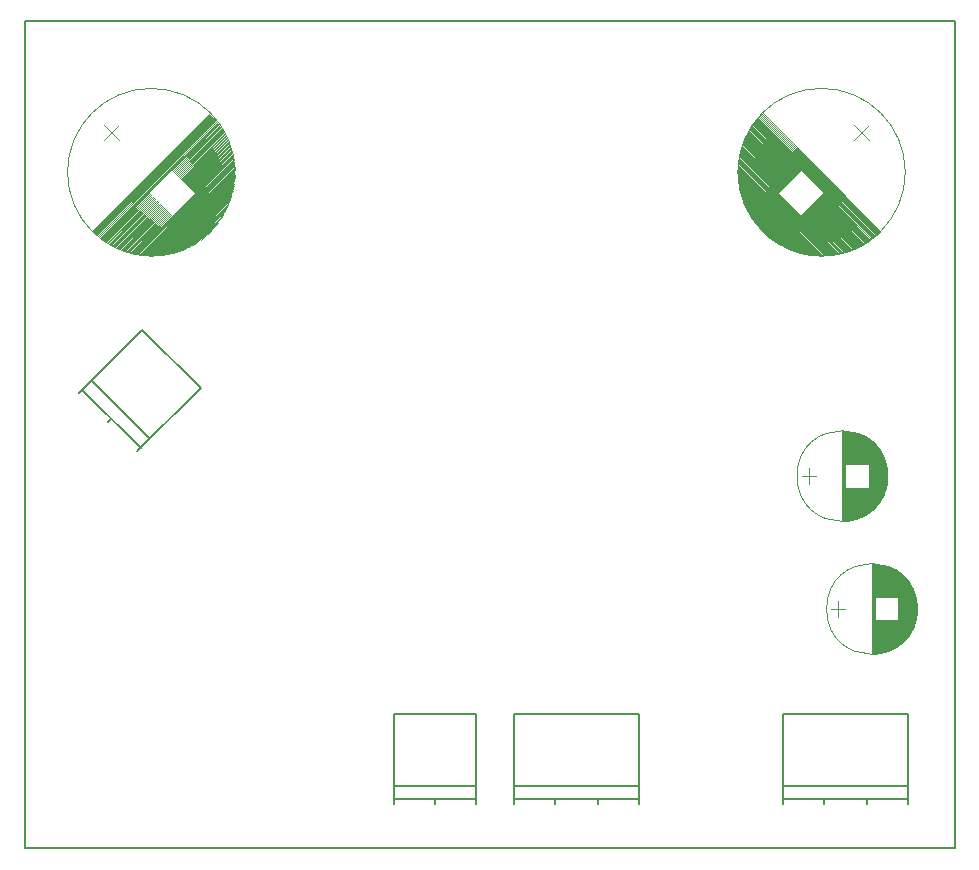
<source format=gbr>
G04 #@! TF.GenerationSoftware,KiCad,Pcbnew,no-vcs-found-be10de8~57~ubuntu16.10.1*
G04 #@! TF.CreationDate,2017-03-16T12:18:36+01:00*
G04 #@! TF.ProjectId,alimentatore,616C696D656E7461746F72652E6B6963,rev?*
G04 #@! TF.FileFunction,Legend,Bot*
G04 #@! TF.FilePolarity,Positive*
%FSLAX46Y46*%
G04 Gerber Fmt 4.6, Leading zero omitted, Abs format (unit mm)*
G04 Created by KiCad (PCBNEW no-vcs-found-be10de8~57~ubuntu16.10.1) date Thu Mar 16 12:18:36 2017*
%MOMM*%
%LPD*%
G01*
G04 APERTURE LIST*
%ADD10C,0.100000*%
%ADD11C,0.200000*%
%ADD12C,0.150000*%
%ADD13C,0.120000*%
G04 APERTURE END LIST*
D10*
D11*
X73000000Y63250000D02*
X-5750000Y63250000D01*
X73000000Y-6750000D02*
X73000000Y63250000D01*
X-5750000Y-6750000D02*
X73000000Y-6750000D01*
X-5750000Y63250000D02*
X-5750000Y-6750000D01*
D12*
X1613425Y29588299D02*
X1330583Y29305456D01*
X4866117Y27891243D02*
X-83631Y32840990D01*
X4088299Y27113425D02*
X-861448Y32063173D01*
X9179468Y32204594D02*
X3805456Y26830583D01*
X-1144291Y31780330D02*
X4229720Y37154342D01*
X4229720Y37154342D02*
X9179468Y32204594D01*
X25500000Y4600000D02*
X32500000Y4600000D01*
X25500000Y-3000000D02*
X25500000Y4600000D01*
X32500000Y4600000D02*
X32500000Y-3000000D01*
X32500000Y-2600000D02*
X25500000Y-2600000D01*
X32500000Y-1500000D02*
X25500000Y-1500000D01*
X29000000Y-2600000D02*
X29000000Y-3000000D01*
X65550000Y-2600000D02*
X65550000Y-3000000D01*
X61950000Y-2600000D02*
X61950000Y-3000000D01*
X69050000Y-1500000D02*
X58450000Y-1500000D01*
X69050000Y-2600000D02*
X58450000Y-2600000D01*
X69050000Y4600000D02*
X69050000Y-3000000D01*
X58450000Y-3000000D02*
X58450000Y4600000D01*
X58450000Y4600000D02*
X69050000Y4600000D01*
X35700000Y4600000D02*
X46300000Y4600000D01*
X35700000Y-3000000D02*
X35700000Y4600000D01*
X46300000Y4600000D02*
X46300000Y-3000000D01*
X46300000Y-2600000D02*
X35700000Y-2600000D01*
X46300000Y-1500000D02*
X35700000Y-1500000D01*
X39200000Y-2600000D02*
X39200000Y-3000000D01*
X42800000Y-2600000D02*
X42800000Y-3000000D01*
D13*
X68822233Y50482233D02*
G75*
G03X68822233Y50482233I-7090000J0D01*
G01*
X56747130Y55467336D02*
X66717336Y45497130D01*
X56718846Y55439052D02*
X66689052Y45468846D01*
X56690562Y55410767D02*
X66660767Y45440562D01*
X56662985Y55381776D02*
X66631776Y45412985D01*
X56634700Y55353492D02*
X66603492Y45384700D01*
X56607123Y55324500D02*
X66574500Y45357123D01*
X56580253Y55294802D02*
X66544802Y45330253D01*
X56552676Y55265810D02*
X66515810Y45302676D01*
X56525806Y55236112D02*
X66486112Y45275806D01*
X56498936Y55206413D02*
X66456413Y45248936D01*
X56472066Y55176715D02*
X66426715Y45222066D01*
X56445196Y55147016D02*
X66397016Y45195196D01*
X56419033Y55116611D02*
X66366611Y45169033D01*
X56392870Y55086205D02*
X66336205Y45142870D01*
X56366707Y55055800D02*
X66305800Y45116707D01*
X56340544Y55025394D02*
X66275394Y45090544D01*
X56314381Y54994989D02*
X66244989Y45064381D01*
X56288925Y54963876D02*
X66213876Y45038925D01*
X56262762Y54932056D02*
X66182056Y45012762D01*
X56237306Y54900943D02*
X66150943Y44987306D01*
X56212558Y54869124D02*
X66119124Y44962558D01*
X56187102Y54838011D02*
X66088011Y44937102D01*
X56162353Y54806191D02*
X66056191Y44912353D01*
X56137604Y54774371D02*
X66024371Y44887604D01*
X56113563Y54741844D02*
X65991844Y44863563D01*
X56088814Y54710024D02*
X65960024Y44838814D01*
X56064772Y54677498D02*
X65927498Y44814772D01*
X56040731Y54644971D02*
X65894971Y44790731D01*
X56017396Y54611737D02*
X59963759Y50665374D01*
X61915374Y48713759D02*
X65861737Y44767396D01*
X55993354Y54579210D02*
X59935475Y50637089D01*
X61887089Y48685475D02*
X65829210Y44743354D01*
X55970020Y54545976D02*
X59907190Y50608805D01*
X61858805Y48657190D02*
X65795976Y44720020D01*
X55946685Y54512742D02*
X59878906Y50580521D01*
X61830521Y48628906D02*
X65762742Y44696685D01*
X55923351Y54479508D02*
X59850622Y50552237D01*
X61802237Y48600622D02*
X65729508Y44673351D01*
X55900016Y54446274D02*
X59822338Y50523952D01*
X61773952Y48572338D02*
X65696274Y44650016D01*
X55877389Y54412333D02*
X59794053Y50495668D01*
X61745668Y48544053D02*
X65662333Y44627389D01*
X55854761Y54378391D02*
X59765769Y50467384D01*
X61717384Y48515769D02*
X65628391Y44604761D01*
X55832134Y54344450D02*
X59737485Y50439100D01*
X61689100Y48487485D02*
X65594450Y44582134D01*
X55810214Y54309802D02*
X59709201Y50410815D01*
X61660815Y48459201D02*
X65559802Y44560214D01*
X55787586Y54275861D02*
X59680916Y50382531D01*
X61632531Y48430916D02*
X65525861Y44537586D01*
X55765666Y54241213D02*
X59652632Y50354247D01*
X61604247Y48402632D02*
X65491213Y44515666D01*
X55743746Y54206564D02*
X59624348Y50325962D01*
X61575962Y48374348D02*
X65456564Y44493746D01*
X55722533Y54171209D02*
X59596063Y50297678D01*
X61547678Y48346063D02*
X65421209Y44472533D01*
X55700612Y54136561D02*
X59567779Y50269394D01*
X61519394Y48317779D02*
X65386561Y44450612D01*
X55679399Y54101206D02*
X59539495Y50241110D01*
X61491110Y48289495D02*
X65351206Y44429399D01*
X55658186Y54065850D02*
X59511211Y50212825D01*
X61462825Y48261211D02*
X65315850Y44408186D01*
X55637680Y54029788D02*
X59482926Y50184541D01*
X61434541Y48232926D02*
X65279788Y44387680D01*
X55616466Y53994432D02*
X59454642Y50156257D01*
X61406257Y48204642D02*
X65244432Y44366466D01*
X55595960Y53958370D02*
X59426358Y50127973D01*
X61377973Y48176358D02*
X65208370Y44345960D01*
X55575454Y53922308D02*
X59398074Y50099688D01*
X61349688Y48148074D02*
X65172308Y44325454D01*
X55555655Y53885538D02*
X59369789Y50071404D01*
X61321404Y48119789D02*
X65135538Y44305655D01*
X55535149Y53849476D02*
X59341505Y50043120D01*
X61293120Y48091505D02*
X65099476Y44285149D01*
X55515350Y53812706D02*
X59313221Y50014835D01*
X61264835Y48063221D02*
X65062706Y44265350D01*
X55495551Y53775936D02*
X59284936Y49986551D01*
X61236551Y48034936D02*
X65025936Y44245551D01*
X55476459Y53738460D02*
X59256652Y49958267D01*
X61208267Y48006652D02*
X64988460Y44226459D01*
X55457367Y53700983D02*
X59228368Y49929983D01*
X61179983Y47978368D02*
X64950983Y44207367D01*
X55437568Y53664214D02*
X59200084Y49901698D01*
X61151698Y47950084D02*
X64914214Y44187568D01*
X55419184Y53626030D02*
X59171799Y49873414D01*
X61123414Y47921799D02*
X64876030Y44169184D01*
X55400092Y53588553D02*
X59143515Y49845130D01*
X61095130Y47893515D02*
X64838553Y44150092D01*
X55381707Y53550369D02*
X59115231Y49816846D01*
X61066846Y47865231D02*
X64800369Y44131707D01*
X55363322Y53512186D02*
X59086947Y49788561D01*
X61038561Y47836947D02*
X64762186Y44113322D01*
X55344937Y53474002D02*
X59058662Y49760277D01*
X61010277Y47808662D02*
X64724002Y44094937D01*
X55327260Y53435111D02*
X59030378Y49731993D01*
X60981993Y47780378D02*
X64685111Y44077260D01*
X55308875Y53396927D02*
X59002094Y49703708D01*
X60953708Y47752094D02*
X64646927Y44058875D01*
X55291197Y53358036D02*
X58973809Y49675424D01*
X60925424Y47723809D02*
X64608036Y44041197D01*
X55274227Y53318438D02*
X58945525Y49647140D01*
X60897140Y47695525D02*
X64568438Y44024227D01*
X55256549Y53279547D02*
X58917241Y49618856D01*
X60868856Y47667241D02*
X64529547Y44006549D01*
X55239579Y53239949D02*
X58888957Y49590571D01*
X60840571Y47638957D02*
X64489949Y43989579D01*
X55223315Y53199644D02*
X58860672Y49562287D01*
X60812287Y47610672D02*
X64449644Y43973315D01*
X55206345Y53160046D02*
X58832388Y49534003D01*
X60784003Y47582388D02*
X64410046Y43956345D01*
X55190081Y53119741D02*
X58804104Y49505719D01*
X60755719Y47554104D02*
X64369741Y43940081D01*
X55173818Y53079436D02*
X58775820Y49477434D01*
X60727434Y47525820D02*
X64329436Y43923818D01*
X55157554Y53039131D02*
X58747535Y49449150D01*
X60699150Y47497535D02*
X64289131Y43907554D01*
X55141998Y52998119D02*
X58719251Y49420866D01*
X60670866Y47469251D02*
X64248119Y43891998D01*
X55126441Y52957107D02*
X58690967Y49392581D01*
X60642581Y47440967D02*
X64207107Y43876441D01*
X55110885Y52916095D02*
X58662683Y49364297D01*
X60614297Y47412683D02*
X64166095Y43860885D01*
X55095329Y52875082D02*
X58634398Y49336013D01*
X60586013Y47384398D02*
X64125082Y43845329D01*
X55080480Y52833363D02*
X58606114Y49307729D01*
X60557729Y47356114D02*
X64083363Y43830480D01*
X55065630Y52791644D02*
X58577830Y49279444D01*
X60529444Y47327830D02*
X64041644Y43815630D01*
X55051488Y52749217D02*
X58549545Y49251160D01*
X60501160Y47299545D02*
X63999217Y43801488D01*
X55037346Y52706791D02*
X58521261Y49222876D01*
X60472876Y47271261D02*
X63956791Y43787346D01*
X55023204Y52664365D02*
X58492977Y49194592D01*
X60444592Y47242977D02*
X63914365Y43773204D01*
X55009062Y52621938D02*
X58464693Y49166307D01*
X60416307Y47214693D02*
X63871938Y43759062D01*
X54995627Y52578805D02*
X58436408Y49138023D01*
X60388023Y47186408D02*
X63828805Y43745627D01*
X54982192Y52535671D02*
X58408124Y49109739D01*
X60359739Y47158124D02*
X63785671Y43732192D01*
X54968757Y52492538D02*
X58379840Y49081455D01*
X60331455Y47129840D02*
X63742538Y43718757D01*
X54956029Y52448697D02*
X58351556Y49053170D01*
X60303170Y47101556D02*
X63698697Y43706029D01*
X54943301Y52404856D02*
X58323271Y49024886D01*
X60274886Y47073271D02*
X63654856Y43693301D01*
X54930573Y52361016D02*
X58294987Y48996602D01*
X60246602Y47044987D02*
X63611016Y43680573D01*
X54918552Y52316468D02*
X58266703Y48968317D01*
X60218317Y47016703D02*
X63566468Y43668552D01*
X54906531Y52271920D02*
X58238418Y48940033D01*
X60190033Y46988418D02*
X63521920Y43656531D01*
X54894510Y52227373D02*
X58210134Y48911749D01*
X60161749Y46960134D02*
X63477373Y43644510D01*
X54883197Y52182118D02*
X58181850Y48883465D01*
X60133465Y46931850D02*
X63432118Y43633197D01*
X54871883Y52136863D02*
X58153566Y48855180D01*
X60105180Y46903566D02*
X63386863Y43621883D01*
X54861276Y52090901D02*
X58125281Y48826896D01*
X60076896Y46875281D02*
X63340901Y43611276D01*
X54850670Y52044939D02*
X58096997Y48798612D01*
X60048612Y46846997D02*
X63294939Y43600670D01*
X54840063Y51998977D02*
X58068713Y48770328D01*
X60020328Y46818713D02*
X63248977Y43590063D01*
X54829457Y51953015D02*
X58040429Y48742043D01*
X59992043Y46790429D02*
X63203015Y43579457D01*
X54819557Y51906346D02*
X63156346Y43569557D01*
X54810365Y51858970D02*
X63108970Y43560365D01*
X54800465Y51812301D02*
X63062301Y43550465D01*
X54791980Y51764218D02*
X63014218Y43541980D01*
X54782788Y51716841D02*
X62966841Y43532788D01*
X54774302Y51668758D02*
X62918758Y43524302D01*
X54765817Y51620675D02*
X62870675Y43515817D01*
X54758039Y51571885D02*
X62821885Y43508039D01*
X54750261Y51523094D02*
X62773094Y43500261D01*
X54743190Y51473597D02*
X62723597Y43493190D01*
X54736119Y51424099D02*
X62674099Y43486119D01*
X54729755Y51373895D02*
X62623895Y43479755D01*
X54723391Y51323690D02*
X62573690Y43473391D01*
X54717027Y51273486D02*
X62523486Y43467027D01*
X54711370Y51222574D02*
X62472574Y43461370D01*
X54705713Y51171662D02*
X62421662Y43455713D01*
X54700763Y51120043D02*
X62370043Y43450763D01*
X54695813Y51068425D02*
X62318425Y43445813D01*
X54691571Y51016099D02*
X62266099Y43441571D01*
X54688035Y50963066D02*
X62213066Y43438035D01*
X54684500Y50910033D02*
X62160033Y43434500D01*
X54680964Y50857000D02*
X62107000Y43430964D01*
X54678136Y50803260D02*
X62053260Y43428136D01*
X54675307Y50749519D02*
X61999519Y43425307D01*
X54673893Y50694365D02*
X61944365Y43423893D01*
X54671772Y50639918D02*
X61889918Y43421772D01*
X54670358Y50584764D02*
X61834764Y43420358D01*
X54669651Y50528902D02*
X61778902Y43419651D01*
X54669651Y50472334D02*
X61722334Y43419651D01*
X54669651Y50415765D02*
X61665765Y43419651D01*
X54670358Y50358489D02*
X61608489Y43420358D01*
X54671065Y50301214D02*
X61551214Y43421065D01*
X54672479Y50243231D02*
X61493231Y43422479D01*
X54674600Y50184541D02*
X61434541Y43424600D01*
X54676722Y50125851D02*
X61375851Y43426722D01*
X54680257Y50065747D02*
X61315747Y43430257D01*
X54683793Y50005643D02*
X61255643Y43433793D01*
X54688035Y49944832D02*
X61194832Y43438035D01*
X54692278Y49884021D02*
X61134021Y43442278D01*
X54697935Y49821795D02*
X61071795Y43447935D01*
X54703592Y49759570D02*
X61009570Y43453592D01*
X54709956Y49696637D02*
X60946637Y43459956D01*
X54717027Y49632998D02*
X60882998Y43467027D01*
X54724805Y49568651D02*
X60818651Y43474805D01*
X54733290Y49503597D02*
X60753597Y43483290D01*
X54742483Y49437836D02*
X60687836Y43492483D01*
X54752382Y49371368D02*
X60621368Y43502382D01*
X54762989Y49304193D02*
X60554193Y43512989D01*
X54775009Y49235604D02*
X60485604Y43525009D01*
X54787030Y49167014D02*
X60417014Y43537030D01*
X54800465Y49097011D02*
X60347011Y43550465D01*
X54814607Y49026300D02*
X60276300Y43564607D01*
X54829457Y48954882D02*
X60204882Y43579457D01*
X54845720Y48882050D02*
X60132050Y43595720D01*
X54862691Y48808511D02*
X60058511Y43612691D01*
X54881075Y48733558D02*
X59983558Y43631075D01*
X54900874Y48657190D02*
X59907190Y43650874D01*
X54921381Y48580116D02*
X59830116Y43671381D01*
X54943301Y48501627D02*
X59751627Y43693301D01*
X54966635Y48421724D02*
X59671724Y43716635D01*
X54992091Y48339700D02*
X59589700Y43742091D01*
X55018254Y48256968D02*
X59506968Y43768254D01*
X55046538Y48172115D02*
X59422115Y43796538D01*
X55076944Y48085141D02*
X59335141Y43826944D01*
X55108764Y47996753D02*
X59246753Y43858764D01*
X55142705Y47906243D02*
X59156243Y43892705D01*
X55179475Y47812905D02*
X59062905Y43929475D01*
X55219072Y47716738D02*
X58966738Y43969072D01*
X55261499Y47617743D02*
X58867743Y44011499D01*
X55306754Y47515920D02*
X58765920Y44056754D01*
X55355544Y47410561D02*
X58660561Y44105544D01*
X55409284Y47300253D02*
X58550253Y44159284D01*
X55467974Y47184994D02*
X58434994Y44217974D01*
X55531614Y47064786D02*
X58314786Y44281614D01*
X55603031Y46936800D02*
X58186800Y44353031D01*
X55683642Y46799621D02*
X58049621Y44433642D01*
X55774858Y46651836D02*
X57901836Y44524858D01*
X55882339Y46487787D02*
X57737787Y44632339D01*
X56013153Y46300404D02*
X57550404Y44763153D01*
X56187102Y46069887D02*
X57319887Y44937102D01*
X56486915Y45713505D02*
X56963505Y45236915D01*
X65762742Y54512742D02*
X64489949Y53239949D01*
X64489949Y54512742D02*
X65762742Y53239949D01*
X951724Y53239949D02*
X2224517Y54512742D01*
X951724Y54512742D02*
X2224517Y53239949D01*
X9750961Y45236915D02*
X10227551Y45713505D01*
X9394579Y44937102D02*
X10527364Y46069887D01*
X9164062Y44763153D02*
X10701313Y46300404D01*
X8976679Y44632339D02*
X10832127Y46487787D01*
X8812630Y44524858D02*
X10939608Y46651836D01*
X8664845Y44433642D02*
X11030824Y46799621D01*
X8527666Y44353031D02*
X11111435Y46936800D01*
X8399680Y44281614D02*
X11182852Y47064786D01*
X8279472Y44217974D02*
X11246492Y47184994D01*
X8164213Y44159284D02*
X11305182Y47300253D01*
X8053905Y44105544D02*
X11358922Y47410561D01*
X7948546Y44056754D02*
X11407712Y47515920D01*
X7846723Y44011499D02*
X11452967Y47617743D01*
X7747728Y43969072D02*
X11495394Y47716738D01*
X7651561Y43929475D02*
X11534991Y47812905D01*
X7558223Y43892705D02*
X11571761Y47906243D01*
X7467713Y43858764D02*
X11605702Y47996753D01*
X7379325Y43826944D02*
X11637522Y48085141D01*
X7292351Y43796538D02*
X11667928Y48172115D01*
X7207498Y43768254D02*
X11696212Y48256968D01*
X7124766Y43742091D02*
X11722375Y48339700D01*
X7042742Y43716635D02*
X11747831Y48421724D01*
X6962839Y43693301D02*
X11771165Y48501627D01*
X6884350Y43671381D02*
X11793085Y48580116D01*
X6807276Y43650874D02*
X11813592Y48657190D01*
X6730908Y43631075D02*
X11833391Y48733558D01*
X6655955Y43612691D02*
X11851775Y48808511D01*
X6582416Y43595720D02*
X11868746Y48882050D01*
X6509584Y43579457D02*
X11885009Y48954882D01*
X6438166Y43564607D02*
X11899859Y49026300D01*
X6367455Y43550465D02*
X11914001Y49097011D01*
X6297452Y43537030D02*
X11927436Y49167014D01*
X6228862Y43525009D02*
X11939457Y49235604D01*
X6160273Y43512989D02*
X11951477Y49304193D01*
X6093098Y43502382D02*
X11962084Y49371368D01*
X6026630Y43492483D02*
X11971983Y49437836D01*
X5960869Y43483290D02*
X11981176Y49503597D01*
X5895815Y43474805D02*
X11989661Y49568651D01*
X5831468Y43467027D02*
X11997439Y49632998D01*
X5767829Y43459956D02*
X12004510Y49696637D01*
X5704896Y43453592D02*
X12010874Y49759570D01*
X5642671Y43447935D02*
X12016531Y49821795D01*
X5580445Y43442278D02*
X12022188Y49884021D01*
X5519634Y43438035D02*
X12026431Y49944832D01*
X5458823Y43433793D02*
X12030673Y50005643D01*
X5398719Y43430257D02*
X12034209Y50065747D01*
X5338615Y43426722D02*
X12037744Y50125851D01*
X5279925Y43424600D02*
X12039866Y50184541D01*
X5221235Y43422479D02*
X12041987Y50243231D01*
X5163252Y43421065D02*
X12043401Y50301214D01*
X5105977Y43420358D02*
X12044108Y50358489D01*
X5048701Y43419651D02*
X12044815Y50415765D01*
X4992132Y43419651D02*
X12044815Y50472334D01*
X4935564Y43419651D02*
X12044815Y50528902D01*
X4879702Y43420358D02*
X12044108Y50584764D01*
X4824548Y43421772D02*
X12042694Y50639918D01*
X4770101Y43423893D02*
X12040573Y50694365D01*
X4714947Y43425307D02*
X12039159Y50749519D01*
X4661206Y43428136D02*
X12036330Y50803260D01*
X4607466Y43430964D02*
X12033502Y50857000D01*
X4554433Y43434500D02*
X12029966Y50910033D01*
X4501400Y43438035D02*
X12026431Y50963066D01*
X4448367Y43441571D02*
X12022895Y51016099D01*
X4396041Y43445813D02*
X12018653Y51068425D01*
X4344423Y43450763D02*
X12013703Y51120043D01*
X4292804Y43455713D02*
X12008753Y51171662D01*
X4241892Y43461370D02*
X12003096Y51222574D01*
X4190980Y43467027D02*
X11997439Y51273486D01*
X4140776Y43473391D02*
X11991075Y51323690D01*
X4090571Y43479755D02*
X11984711Y51373895D01*
X4040367Y43486119D02*
X11978347Y51424099D01*
X3990869Y43493190D02*
X11971276Y51473597D01*
X3941372Y43500261D02*
X11964205Y51523094D01*
X3892581Y43508039D02*
X11956427Y51571885D01*
X3843791Y43515817D02*
X11948649Y51620675D01*
X3795708Y43524302D02*
X11940164Y51668758D01*
X3747625Y43532788D02*
X11931678Y51716841D01*
X3700248Y43541980D02*
X11922486Y51764218D01*
X3652165Y43550465D02*
X11914001Y51812301D01*
X3605496Y43560365D02*
X11904101Y51858970D01*
X3558120Y43569557D02*
X11894909Y51906346D01*
X8674037Y48742043D02*
X11885009Y51953015D01*
X3511451Y43579457D02*
X6722423Y46790429D01*
X8645753Y48770328D02*
X11874403Y51998977D01*
X3465489Y43590063D02*
X6694138Y46818713D01*
X8617469Y48798612D02*
X11863796Y52044939D01*
X3419527Y43600670D02*
X6665854Y46846997D01*
X8589185Y48826896D02*
X11853190Y52090901D01*
X3373565Y43611276D02*
X6637570Y46875281D01*
X8560900Y48855180D02*
X11842583Y52136863D01*
X3327603Y43621883D02*
X6609286Y46903566D01*
X8532616Y48883465D02*
X11831269Y52182118D01*
X3282348Y43633197D02*
X6581001Y46931850D01*
X8504332Y48911749D02*
X11819956Y52227373D01*
X3237093Y43644510D02*
X6552717Y46960134D01*
X8476048Y48940033D02*
X11807935Y52271920D01*
X3192546Y43656531D02*
X6524433Y46988418D01*
X8447763Y48968317D02*
X11795914Y52316468D01*
X3147998Y43668552D02*
X6496149Y47016703D01*
X8419479Y48996602D02*
X11783893Y52361016D01*
X3103450Y43680573D02*
X6467864Y47044987D01*
X8391195Y49024886D02*
X11771165Y52404856D01*
X3059610Y43693301D02*
X6439580Y47073271D01*
X8362910Y49053170D02*
X11758437Y52448697D01*
X3015769Y43706029D02*
X6411296Y47101556D01*
X8334626Y49081455D02*
X11745709Y52492538D01*
X2971928Y43718757D02*
X6383011Y47129840D01*
X8306342Y49109739D02*
X11732274Y52535671D01*
X2928795Y43732192D02*
X6354727Y47158124D01*
X8278058Y49138023D02*
X11718839Y52578805D01*
X2885661Y43745627D02*
X6326443Y47186408D01*
X8249773Y49166307D02*
X11705404Y52621938D01*
X2842528Y43759062D02*
X6298159Y47214693D01*
X8221489Y49194592D02*
X11691262Y52664365D01*
X2800101Y43773204D02*
X6269874Y47242977D01*
X8193205Y49222876D02*
X11677120Y52706791D01*
X2757675Y43787346D02*
X6241590Y47271261D01*
X8164921Y49251160D02*
X11662978Y52749217D01*
X2715249Y43801488D02*
X6213306Y47299545D01*
X8136636Y49279444D02*
X11648836Y52791644D01*
X2672822Y43815630D02*
X6185022Y47327830D01*
X8108352Y49307729D02*
X11633986Y52833363D01*
X2631103Y43830480D02*
X6156737Y47356114D01*
X8080068Y49336013D02*
X11619137Y52875082D01*
X2589384Y43845329D02*
X6128453Y47384398D01*
X8051783Y49364297D02*
X11603581Y52916095D01*
X2548371Y43860885D02*
X6100169Y47412683D01*
X8023499Y49392581D02*
X11588025Y52957107D01*
X2507359Y43876441D02*
X6071885Y47440967D01*
X7995215Y49420866D02*
X11572468Y52998119D01*
X2466347Y43891998D02*
X6043600Y47469251D01*
X7966931Y49449150D02*
X11556912Y53039131D01*
X2425335Y43907554D02*
X6015316Y47497535D01*
X7938646Y49477434D02*
X11540648Y53079436D01*
X2385030Y43923818D02*
X5987032Y47525820D01*
X7910362Y49505719D02*
X11524385Y53119741D01*
X2344725Y43940081D02*
X5958747Y47554104D01*
X7882078Y49534003D02*
X11508121Y53160046D01*
X2304420Y43956345D02*
X5930463Y47582388D01*
X7853794Y49562287D02*
X11491151Y53199644D01*
X2264822Y43973315D02*
X5902179Y47610672D01*
X7825509Y49590571D02*
X11474887Y53239949D01*
X2224517Y43989579D02*
X5873895Y47638957D01*
X7797225Y49618856D02*
X11457917Y53279547D01*
X2184919Y44006549D02*
X5845610Y47667241D01*
X7768941Y49647140D02*
X11440239Y53318438D01*
X2146028Y44024227D02*
X5817326Y47695525D01*
X7740657Y49675424D02*
X11423269Y53358036D01*
X2106430Y44041197D02*
X5789042Y47723809D01*
X7712372Y49703708D02*
X11405591Y53396927D01*
X2067539Y44058875D02*
X5760758Y47752094D01*
X7684088Y49731993D02*
X11387206Y53435111D01*
X2029355Y44077260D02*
X5732473Y47780378D01*
X7655804Y49760277D02*
X11369529Y53474002D01*
X1990464Y44094937D02*
X5704189Y47808662D01*
X7627519Y49788561D02*
X11351144Y53512186D01*
X1952280Y44113322D02*
X5675905Y47836947D01*
X7599235Y49816846D02*
X11332759Y53550369D01*
X1914097Y44131707D02*
X5647620Y47865231D01*
X7570951Y49845130D02*
X11314374Y53588553D01*
X1875913Y44150092D02*
X5619336Y47893515D01*
X7542667Y49873414D02*
X11295282Y53626030D01*
X1838436Y44169184D02*
X5591052Y47921799D01*
X7514382Y49901698D02*
X11276898Y53664214D01*
X1800252Y44187568D02*
X5562768Y47950084D01*
X7486098Y49929983D02*
X11257099Y53700983D01*
X1763483Y44207367D02*
X5534483Y47978368D01*
X7457814Y49958267D02*
X11238007Y53738460D01*
X1726006Y44226459D02*
X5506199Y48006652D01*
X7429530Y49986551D02*
X11218915Y53775936D01*
X1688530Y44245551D02*
X5477915Y48034936D01*
X7401245Y50014835D02*
X11199116Y53812706D01*
X1651760Y44265350D02*
X5449631Y48063221D01*
X7372961Y50043120D02*
X11179317Y53849476D01*
X1614990Y44285149D02*
X5421346Y48091505D01*
X7344677Y50071404D02*
X11158811Y53885538D01*
X1578928Y44305655D02*
X5393062Y48119789D01*
X7316392Y50099688D02*
X11139012Y53922308D01*
X1542158Y44325454D02*
X5364778Y48148074D01*
X7288108Y50127973D02*
X11118506Y53958370D01*
X1506096Y44345960D02*
X5336493Y48176358D01*
X7259824Y50156257D02*
X11098000Y53994432D01*
X1470034Y44366466D02*
X5308209Y48204642D01*
X7231540Y50184541D02*
X11076786Y54029788D01*
X1434678Y44387680D02*
X5279925Y48232926D01*
X7203255Y50212825D02*
X11056280Y54065850D01*
X1398616Y44408186D02*
X5251641Y48261211D01*
X7174971Y50241110D02*
X11035067Y54101206D01*
X1363260Y44429399D02*
X5223356Y48289495D01*
X7146687Y50269394D02*
X11013854Y54136561D01*
X1327905Y44450612D02*
X5195072Y48317779D01*
X7118403Y50297678D02*
X10991933Y54171209D01*
X1293257Y44472533D02*
X5166788Y48346063D01*
X7090118Y50325962D02*
X10970720Y54206564D01*
X1257902Y44493746D02*
X5138504Y48374348D01*
X7061834Y50354247D02*
X10948800Y54241213D01*
X1223253Y44515666D02*
X5110219Y48402632D01*
X7033550Y50382531D02*
X10926880Y54275861D01*
X1188605Y44537586D02*
X5081935Y48430916D01*
X7005265Y50410815D02*
X10904252Y54309802D01*
X1154664Y44560214D02*
X5053651Y48459201D01*
X6976981Y50439100D02*
X10882332Y54344450D01*
X1120016Y44582134D02*
X5025366Y48487485D01*
X6948697Y50467384D02*
X10859705Y54378391D01*
X1086075Y44604761D02*
X4997082Y48515769D01*
X6920413Y50495668D02*
X10837077Y54412333D01*
X1052133Y44627389D02*
X4968798Y48544053D01*
X6892128Y50523952D02*
X10814450Y54446274D01*
X1018192Y44650016D02*
X4940514Y48572338D01*
X6863844Y50552237D02*
X10791115Y54479508D01*
X984958Y44673351D02*
X4912229Y48600622D01*
X6835560Y50580521D02*
X10767781Y54512742D01*
X951724Y44696685D02*
X4883945Y48628906D01*
X6807276Y50608805D02*
X10744446Y54545976D01*
X918490Y44720020D02*
X4855661Y48657190D01*
X6778991Y50637089D02*
X10721112Y54579210D01*
X885256Y44743354D02*
X4827377Y48685475D01*
X6750707Y50665374D02*
X10697070Y54611737D01*
X852729Y44767396D02*
X4799092Y48713759D01*
X819495Y44790731D02*
X10673735Y54644971D01*
X786968Y44814772D02*
X10649694Y54677498D01*
X754442Y44838814D02*
X10625652Y54710024D01*
X722622Y44863563D02*
X10600903Y54741844D01*
X690095Y44887604D02*
X10576862Y54774371D01*
X658275Y44912353D02*
X10552113Y54806191D01*
X626455Y44937102D02*
X10527364Y54838011D01*
X595342Y44962558D02*
X10501908Y54869124D01*
X563523Y44987306D02*
X10477160Y54900943D01*
X532410Y45012762D02*
X10451704Y54932056D01*
X500590Y45038925D02*
X10425541Y54963876D01*
X469477Y45064381D02*
X10400085Y54994989D01*
X439072Y45090544D02*
X10373922Y55025394D01*
X408666Y45116707D02*
X10347759Y55055800D01*
X378261Y45142870D02*
X10321596Y55086205D01*
X347855Y45169033D02*
X10295433Y55116611D01*
X317450Y45195196D02*
X10269270Y55147016D01*
X287751Y45222066D02*
X10242400Y55176715D01*
X258053Y45248936D02*
X10215530Y55206413D01*
X228354Y45275806D02*
X10188660Y55236112D01*
X198656Y45302676D02*
X10161790Y55265810D01*
X169664Y45330253D02*
X10134213Y55294802D01*
X139966Y45357123D02*
X10107343Y55324500D01*
X110974Y45384700D02*
X10079766Y55353492D01*
X82690Y45412985D02*
X10051481Y55381776D01*
X53699Y45440562D02*
X10023904Y55410767D01*
X25414Y45468846D02*
X9995620Y55439052D01*
X-2870Y45497130D02*
X9967336Y55467336D01*
X12072233Y50482233D02*
G75*
G03X12072233Y50482233I-7090000J0D01*
G01*
X69840000Y13500000D02*
G75*
G03X69840000Y13500000I-3840000J0D01*
G01*
X66000000Y9700000D02*
X66000000Y17300000D01*
X66040000Y9700000D02*
X66040000Y17300000D01*
X66080000Y9700000D02*
X66080000Y17300000D01*
X66120000Y9701000D02*
X66120000Y17299000D01*
X66160000Y9703000D02*
X66160000Y17297000D01*
X66200000Y9705000D02*
X66200000Y17295000D01*
X66240000Y9707000D02*
X66240000Y17293000D01*
X66280000Y9710000D02*
X66280000Y12520000D01*
X66280000Y14480000D02*
X66280000Y17290000D01*
X66320000Y9713000D02*
X66320000Y12520000D01*
X66320000Y14480000D02*
X66320000Y17287000D01*
X66360000Y9716000D02*
X66360000Y12520000D01*
X66360000Y14480000D02*
X66360000Y17284000D01*
X66400000Y9720000D02*
X66400000Y12520000D01*
X66400000Y14480000D02*
X66400000Y17280000D01*
X66440000Y9725000D02*
X66440000Y12520000D01*
X66440000Y14480000D02*
X66440000Y17275000D01*
X66480000Y9730000D02*
X66480000Y12520000D01*
X66480000Y14480000D02*
X66480000Y17270000D01*
X66520000Y9735000D02*
X66520000Y12520000D01*
X66520000Y14480000D02*
X66520000Y17265000D01*
X66560000Y9741000D02*
X66560000Y12520000D01*
X66560000Y14480000D02*
X66560000Y17259000D01*
X66600000Y9747000D02*
X66600000Y12520000D01*
X66600000Y14480000D02*
X66600000Y17253000D01*
X66640000Y9753000D02*
X66640000Y12520000D01*
X66640000Y14480000D02*
X66640000Y17247000D01*
X66680000Y9760000D02*
X66680000Y12520000D01*
X66680000Y14480000D02*
X66680000Y17240000D01*
X66721000Y9768000D02*
X66721000Y12520000D01*
X66721000Y14480000D02*
X66721000Y17232000D01*
X66761000Y9775000D02*
X66761000Y12520000D01*
X66761000Y14480000D02*
X66761000Y17225000D01*
X66801000Y9784000D02*
X66801000Y12520000D01*
X66801000Y14480000D02*
X66801000Y17216000D01*
X66841000Y9793000D02*
X66841000Y12520000D01*
X66841000Y14480000D02*
X66841000Y17207000D01*
X66881000Y9802000D02*
X66881000Y12520000D01*
X66881000Y14480000D02*
X66881000Y17198000D01*
X66921000Y9811000D02*
X66921000Y12520000D01*
X66921000Y14480000D02*
X66921000Y17189000D01*
X66961000Y9821000D02*
X66961000Y12520000D01*
X66961000Y14480000D02*
X66961000Y17179000D01*
X67001000Y9832000D02*
X67001000Y12520000D01*
X67001000Y14480000D02*
X67001000Y17168000D01*
X67041000Y9843000D02*
X67041000Y12520000D01*
X67041000Y14480000D02*
X67041000Y17157000D01*
X67081000Y9855000D02*
X67081000Y12520000D01*
X67081000Y14480000D02*
X67081000Y17145000D01*
X67121000Y9866000D02*
X67121000Y12520000D01*
X67121000Y14480000D02*
X67121000Y17134000D01*
X67161000Y9879000D02*
X67161000Y12520000D01*
X67161000Y14480000D02*
X67161000Y17121000D01*
X67201000Y9892000D02*
X67201000Y12520000D01*
X67201000Y14480000D02*
X67201000Y17108000D01*
X67241000Y9905000D02*
X67241000Y12520000D01*
X67241000Y14480000D02*
X67241000Y17095000D01*
X67281000Y9919000D02*
X67281000Y12520000D01*
X67281000Y14480000D02*
X67281000Y17081000D01*
X67321000Y9934000D02*
X67321000Y12520000D01*
X67321000Y14480000D02*
X67321000Y17066000D01*
X67361000Y9948000D02*
X67361000Y12520000D01*
X67361000Y14480000D02*
X67361000Y17052000D01*
X67401000Y9964000D02*
X67401000Y12520000D01*
X67401000Y14480000D02*
X67401000Y17036000D01*
X67441000Y9980000D02*
X67441000Y12520000D01*
X67441000Y14480000D02*
X67441000Y17020000D01*
X67481000Y9996000D02*
X67481000Y12520000D01*
X67481000Y14480000D02*
X67481000Y17004000D01*
X67521000Y10013000D02*
X67521000Y12520000D01*
X67521000Y14480000D02*
X67521000Y16987000D01*
X67561000Y10031000D02*
X67561000Y12520000D01*
X67561000Y14480000D02*
X67561000Y16969000D01*
X67601000Y10049000D02*
X67601000Y12520000D01*
X67601000Y14480000D02*
X67601000Y16951000D01*
X67641000Y10067000D02*
X67641000Y12520000D01*
X67641000Y14480000D02*
X67641000Y16933000D01*
X67681000Y10087000D02*
X67681000Y12520000D01*
X67681000Y14480000D02*
X67681000Y16913000D01*
X67721000Y10106000D02*
X67721000Y12520000D01*
X67721000Y14480000D02*
X67721000Y16894000D01*
X67761000Y10127000D02*
X67761000Y12520000D01*
X67761000Y14480000D02*
X67761000Y16873000D01*
X67801000Y10148000D02*
X67801000Y12520000D01*
X67801000Y14480000D02*
X67801000Y16852000D01*
X67841000Y10169000D02*
X67841000Y12520000D01*
X67841000Y14480000D02*
X67841000Y16831000D01*
X67881000Y10191000D02*
X67881000Y12520000D01*
X67881000Y14480000D02*
X67881000Y16809000D01*
X67921000Y10214000D02*
X67921000Y12520000D01*
X67921000Y14480000D02*
X67921000Y16786000D01*
X67961000Y10237000D02*
X67961000Y12520000D01*
X67961000Y14480000D02*
X67961000Y16763000D01*
X68001000Y10261000D02*
X68001000Y12520000D01*
X68001000Y14480000D02*
X68001000Y16739000D01*
X68041000Y10286000D02*
X68041000Y12520000D01*
X68041000Y14480000D02*
X68041000Y16714000D01*
X68081000Y10312000D02*
X68081000Y12520000D01*
X68081000Y14480000D02*
X68081000Y16688000D01*
X68121000Y10338000D02*
X68121000Y12520000D01*
X68121000Y14480000D02*
X68121000Y16662000D01*
X68161000Y10365000D02*
X68161000Y12520000D01*
X68161000Y14480000D02*
X68161000Y16635000D01*
X68201000Y10392000D02*
X68201000Y12520000D01*
X68201000Y14480000D02*
X68201000Y16608000D01*
X68241000Y10421000D02*
X68241000Y16579000D01*
X68281000Y10450000D02*
X68281000Y16550000D01*
X68321000Y10480000D02*
X68321000Y16520000D01*
X68361000Y10510000D02*
X68361000Y16490000D01*
X68401000Y10542000D02*
X68401000Y16458000D01*
X68441000Y10574000D02*
X68441000Y16426000D01*
X68481000Y10608000D02*
X68481000Y16392000D01*
X68521000Y10642000D02*
X68521000Y16358000D01*
X68561000Y10677000D02*
X68561000Y16323000D01*
X68601000Y10714000D02*
X68601000Y16286000D01*
X68641000Y10751000D02*
X68641000Y16249000D01*
X68681000Y10789000D02*
X68681000Y16211000D01*
X68721000Y10829000D02*
X68721000Y16171000D01*
X68761000Y10870000D02*
X68761000Y16130000D01*
X68801000Y10912000D02*
X68801000Y16088000D01*
X68841000Y10955000D02*
X68841000Y16045000D01*
X68881000Y11000000D02*
X68881000Y16000000D01*
X68921000Y11046000D02*
X68921000Y15954000D01*
X68961000Y11093000D02*
X68961000Y15907000D01*
X69001000Y11143000D02*
X69001000Y15857000D01*
X69041000Y11193000D02*
X69041000Y15807000D01*
X69081000Y11246000D02*
X69081000Y15754000D01*
X69121000Y11301000D02*
X69121000Y15699000D01*
X69161000Y11358000D02*
X69161000Y15642000D01*
X69201000Y11417000D02*
X69201000Y15583000D01*
X69241000Y11478000D02*
X69241000Y15522000D01*
X69281000Y11543000D02*
X69281000Y15457000D01*
X69321000Y11610000D02*
X69321000Y15390000D01*
X69361000Y11680000D02*
X69361000Y15320000D01*
X69401000Y11755000D02*
X69401000Y15245000D01*
X69441000Y11833000D02*
X69441000Y15167000D01*
X69481000Y11916000D02*
X69481000Y15084000D01*
X69521000Y12005000D02*
X69521000Y14995000D01*
X69561000Y12100000D02*
X69561000Y14900000D01*
X69601000Y12203000D02*
X69601000Y14797000D01*
X69641000Y12316000D02*
X69641000Y14684000D01*
X69681000Y12443000D02*
X69681000Y14557000D01*
X69721000Y12587000D02*
X69721000Y14413000D01*
X69761000Y12760000D02*
X69761000Y14240000D01*
X69801000Y12987000D02*
X69801000Y14013000D01*
X62550000Y13500000D02*
X63750000Y13500000D01*
X63150000Y12850000D02*
X63150000Y14150000D01*
X60650000Y24100000D02*
X60650000Y25400000D01*
X60050000Y24750000D02*
X61250000Y24750000D01*
X67301000Y24237000D02*
X67301000Y25263000D01*
X67261000Y24010000D02*
X67261000Y25490000D01*
X67221000Y23837000D02*
X67221000Y25663000D01*
X67181000Y23693000D02*
X67181000Y25807000D01*
X67141000Y23566000D02*
X67141000Y25934000D01*
X67101000Y23453000D02*
X67101000Y26047000D01*
X67061000Y23350000D02*
X67061000Y26150000D01*
X67021000Y23255000D02*
X67021000Y26245000D01*
X66981000Y23166000D02*
X66981000Y26334000D01*
X66941000Y23083000D02*
X66941000Y26417000D01*
X66901000Y23005000D02*
X66901000Y26495000D01*
X66861000Y22930000D02*
X66861000Y26570000D01*
X66821000Y22860000D02*
X66821000Y26640000D01*
X66781000Y22793000D02*
X66781000Y26707000D01*
X66741000Y22728000D02*
X66741000Y26772000D01*
X66701000Y22667000D02*
X66701000Y26833000D01*
X66661000Y22608000D02*
X66661000Y26892000D01*
X66621000Y22551000D02*
X66621000Y26949000D01*
X66581000Y22496000D02*
X66581000Y27004000D01*
X66541000Y22443000D02*
X66541000Y27057000D01*
X66501000Y22393000D02*
X66501000Y27107000D01*
X66461000Y22343000D02*
X66461000Y27157000D01*
X66421000Y22296000D02*
X66421000Y27204000D01*
X66381000Y22250000D02*
X66381000Y27250000D01*
X66341000Y22205000D02*
X66341000Y27295000D01*
X66301000Y22162000D02*
X66301000Y27338000D01*
X66261000Y22120000D02*
X66261000Y27380000D01*
X66221000Y22079000D02*
X66221000Y27421000D01*
X66181000Y22039000D02*
X66181000Y27461000D01*
X66141000Y22001000D02*
X66141000Y27499000D01*
X66101000Y21964000D02*
X66101000Y27536000D01*
X66061000Y21927000D02*
X66061000Y27573000D01*
X66021000Y21892000D02*
X66021000Y27608000D01*
X65981000Y21858000D02*
X65981000Y27642000D01*
X65941000Y21824000D02*
X65941000Y27676000D01*
X65901000Y21792000D02*
X65901000Y27708000D01*
X65861000Y21760000D02*
X65861000Y27740000D01*
X65821000Y21730000D02*
X65821000Y27770000D01*
X65781000Y21700000D02*
X65781000Y27800000D01*
X65741000Y21671000D02*
X65741000Y27829000D01*
X65701000Y25730000D02*
X65701000Y27858000D01*
X65701000Y21642000D02*
X65701000Y23770000D01*
X65661000Y25730000D02*
X65661000Y27885000D01*
X65661000Y21615000D02*
X65661000Y23770000D01*
X65621000Y25730000D02*
X65621000Y27912000D01*
X65621000Y21588000D02*
X65621000Y23770000D01*
X65581000Y25730000D02*
X65581000Y27938000D01*
X65581000Y21562000D02*
X65581000Y23770000D01*
X65541000Y25730000D02*
X65541000Y27964000D01*
X65541000Y21536000D02*
X65541000Y23770000D01*
X65501000Y25730000D02*
X65501000Y27989000D01*
X65501000Y21511000D02*
X65501000Y23770000D01*
X65461000Y25730000D02*
X65461000Y28013000D01*
X65461000Y21487000D02*
X65461000Y23770000D01*
X65421000Y25730000D02*
X65421000Y28036000D01*
X65421000Y21464000D02*
X65421000Y23770000D01*
X65381000Y25730000D02*
X65381000Y28059000D01*
X65381000Y21441000D02*
X65381000Y23770000D01*
X65341000Y25730000D02*
X65341000Y28081000D01*
X65341000Y21419000D02*
X65341000Y23770000D01*
X65301000Y25730000D02*
X65301000Y28102000D01*
X65301000Y21398000D02*
X65301000Y23770000D01*
X65261000Y25730000D02*
X65261000Y28123000D01*
X65261000Y21377000D02*
X65261000Y23770000D01*
X65221000Y25730000D02*
X65221000Y28144000D01*
X65221000Y21356000D02*
X65221000Y23770000D01*
X65181000Y25730000D02*
X65181000Y28163000D01*
X65181000Y21337000D02*
X65181000Y23770000D01*
X65141000Y25730000D02*
X65141000Y28183000D01*
X65141000Y21317000D02*
X65141000Y23770000D01*
X65101000Y25730000D02*
X65101000Y28201000D01*
X65101000Y21299000D02*
X65101000Y23770000D01*
X65061000Y25730000D02*
X65061000Y28219000D01*
X65061000Y21281000D02*
X65061000Y23770000D01*
X65021000Y25730000D02*
X65021000Y28237000D01*
X65021000Y21263000D02*
X65021000Y23770000D01*
X64981000Y25730000D02*
X64981000Y28254000D01*
X64981000Y21246000D02*
X64981000Y23770000D01*
X64941000Y25730000D02*
X64941000Y28270000D01*
X64941000Y21230000D02*
X64941000Y23770000D01*
X64901000Y25730000D02*
X64901000Y28286000D01*
X64901000Y21214000D02*
X64901000Y23770000D01*
X64861000Y25730000D02*
X64861000Y28302000D01*
X64861000Y21198000D02*
X64861000Y23770000D01*
X64821000Y25730000D02*
X64821000Y28316000D01*
X64821000Y21184000D02*
X64821000Y23770000D01*
X64781000Y25730000D02*
X64781000Y28331000D01*
X64781000Y21169000D02*
X64781000Y23770000D01*
X64741000Y25730000D02*
X64741000Y28345000D01*
X64741000Y21155000D02*
X64741000Y23770000D01*
X64701000Y25730000D02*
X64701000Y28358000D01*
X64701000Y21142000D02*
X64701000Y23770000D01*
X64661000Y25730000D02*
X64661000Y28371000D01*
X64661000Y21129000D02*
X64661000Y23770000D01*
X64621000Y25730000D02*
X64621000Y28384000D01*
X64621000Y21116000D02*
X64621000Y23770000D01*
X64581000Y25730000D02*
X64581000Y28395000D01*
X64581000Y21105000D02*
X64581000Y23770000D01*
X64541000Y25730000D02*
X64541000Y28407000D01*
X64541000Y21093000D02*
X64541000Y23770000D01*
X64501000Y25730000D02*
X64501000Y28418000D01*
X64501000Y21082000D02*
X64501000Y23770000D01*
X64461000Y25730000D02*
X64461000Y28429000D01*
X64461000Y21071000D02*
X64461000Y23770000D01*
X64421000Y25730000D02*
X64421000Y28439000D01*
X64421000Y21061000D02*
X64421000Y23770000D01*
X64381000Y25730000D02*
X64381000Y28448000D01*
X64381000Y21052000D02*
X64381000Y23770000D01*
X64341000Y25730000D02*
X64341000Y28457000D01*
X64341000Y21043000D02*
X64341000Y23770000D01*
X64301000Y25730000D02*
X64301000Y28466000D01*
X64301000Y21034000D02*
X64301000Y23770000D01*
X64261000Y25730000D02*
X64261000Y28475000D01*
X64261000Y21025000D02*
X64261000Y23770000D01*
X64221000Y25730000D02*
X64221000Y28482000D01*
X64221000Y21018000D02*
X64221000Y23770000D01*
X64180000Y25730000D02*
X64180000Y28490000D01*
X64180000Y21010000D02*
X64180000Y23770000D01*
X64140000Y25730000D02*
X64140000Y28497000D01*
X64140000Y21003000D02*
X64140000Y23770000D01*
X64100000Y25730000D02*
X64100000Y28503000D01*
X64100000Y20997000D02*
X64100000Y23770000D01*
X64060000Y25730000D02*
X64060000Y28509000D01*
X64060000Y20991000D02*
X64060000Y23770000D01*
X64020000Y25730000D02*
X64020000Y28515000D01*
X64020000Y20985000D02*
X64020000Y23770000D01*
X63980000Y25730000D02*
X63980000Y28520000D01*
X63980000Y20980000D02*
X63980000Y23770000D01*
X63940000Y25730000D02*
X63940000Y28525000D01*
X63940000Y20975000D02*
X63940000Y23770000D01*
X63900000Y25730000D02*
X63900000Y28530000D01*
X63900000Y20970000D02*
X63900000Y23770000D01*
X63860000Y25730000D02*
X63860000Y28534000D01*
X63860000Y20966000D02*
X63860000Y23770000D01*
X63820000Y25730000D02*
X63820000Y28537000D01*
X63820000Y20963000D02*
X63820000Y23770000D01*
X63780000Y25730000D02*
X63780000Y28540000D01*
X63780000Y20960000D02*
X63780000Y23770000D01*
X63740000Y20957000D02*
X63740000Y28543000D01*
X63700000Y20955000D02*
X63700000Y28545000D01*
X63660000Y20953000D02*
X63660000Y28547000D01*
X63620000Y20951000D02*
X63620000Y28549000D01*
X63580000Y20950000D02*
X63580000Y28550000D01*
X63540000Y20950000D02*
X63540000Y28550000D01*
X63500000Y20950000D02*
X63500000Y28550000D01*
X67340000Y24750000D02*
G75*
G03X67340000Y24750000I-3840000J0D01*
G01*
M02*

</source>
